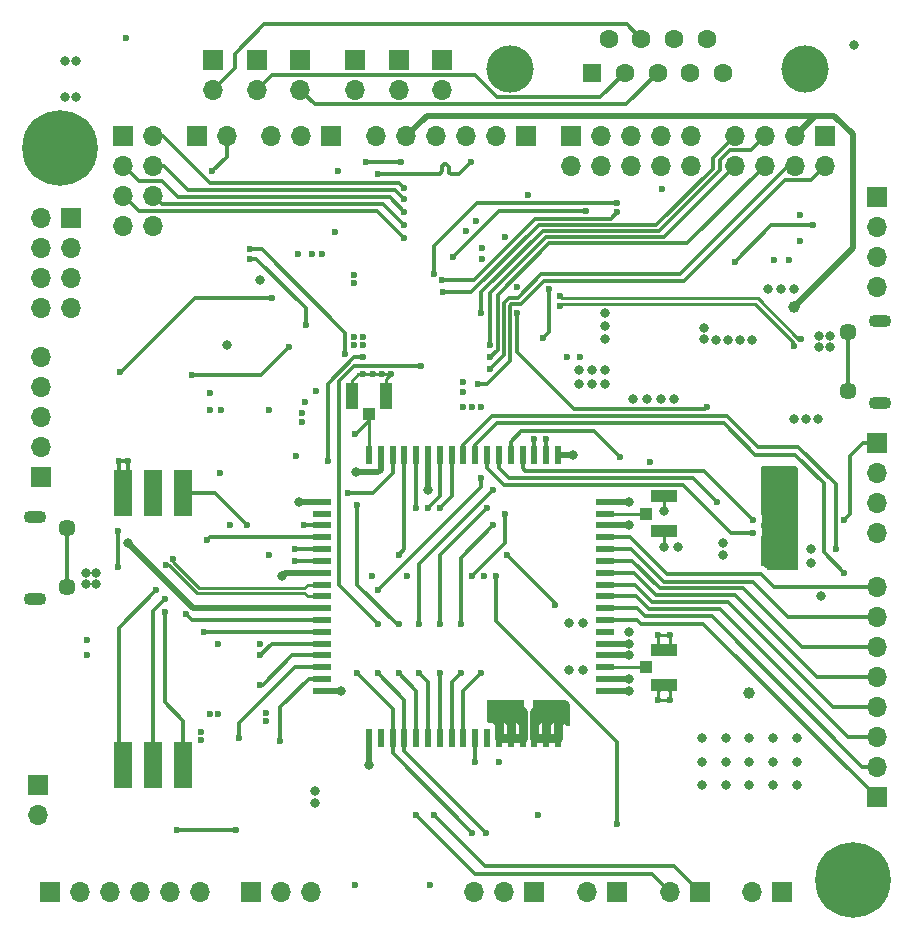
<source format=gbr>
G04 #@! TF.GenerationSoftware,KiCad,Pcbnew,(5.99.0-9519-ga70106a3bd)*
G04 #@! TF.CreationDate,2021-03-11T21:55:01+03:00*
G04 #@! TF.ProjectId,UnderControl,556e6465-7243-46f6-9e74-726f6c2e6b69,rev?*
G04 #@! TF.SameCoordinates,Original*
G04 #@! TF.FileFunction,Copper,L4,Bot*
G04 #@! TF.FilePolarity,Positive*
%FSLAX46Y46*%
G04 Gerber Fmt 4.6, Leading zero omitted, Abs format (unit mm)*
G04 Created by KiCad (PCBNEW (5.99.0-9519-ga70106a3bd)) date 2021-03-11 21:55:01*
%MOMM*%
%LPD*%
G01*
G04 APERTURE LIST*
G04 #@! TA.AperFunction,ComponentPad*
%ADD10C,0.800000*%
G04 #@! TD*
G04 #@! TA.AperFunction,ComponentPad*
%ADD11C,6.400000*%
G04 #@! TD*
G04 #@! TA.AperFunction,ComponentPad*
%ADD12R,1.700000X1.700000*%
G04 #@! TD*
G04 #@! TA.AperFunction,ComponentPad*
%ADD13O,1.700000X1.700000*%
G04 #@! TD*
G04 #@! TA.AperFunction,ComponentPad*
%ADD14C,1.450000*%
G04 #@! TD*
G04 #@! TA.AperFunction,ComponentPad*
%ADD15O,1.900000X1.100000*%
G04 #@! TD*
G04 #@! TA.AperFunction,ComponentPad*
%ADD16C,4.000000*%
G04 #@! TD*
G04 #@! TA.AperFunction,ComponentPad*
%ADD17R,1.600000X1.600000*%
G04 #@! TD*
G04 #@! TA.AperFunction,ComponentPad*
%ADD18C,1.600000*%
G04 #@! TD*
G04 #@! TA.AperFunction,SMDPad,CuDef*
%ADD19R,1.500000X4.000000*%
G04 #@! TD*
G04 #@! TA.AperFunction,SMDPad,CuDef*
%ADD20R,2.250000X1.100000*%
G04 #@! TD*
G04 #@! TA.AperFunction,SMDPad,CuDef*
%ADD21R,1.100000X1.050000*%
G04 #@! TD*
G04 #@! TA.AperFunction,SMDPad,CuDef*
%ADD22R,1.100000X2.250000*%
G04 #@! TD*
G04 #@! TA.AperFunction,SMDPad,CuDef*
%ADD23R,1.050000X1.100000*%
G04 #@! TD*
G04 #@! TA.AperFunction,SMDPad,CuDef*
%ADD24R,0.600000X1.600000*%
G04 #@! TD*
G04 #@! TA.AperFunction,SMDPad,CuDef*
%ADD25R,1.600000X0.600000*%
G04 #@! TD*
G04 #@! TA.AperFunction,ViaPad*
%ADD26C,0.600000*%
G04 #@! TD*
G04 #@! TA.AperFunction,ViaPad*
%ADD27C,0.800000*%
G04 #@! TD*
G04 #@! TA.AperFunction,ViaPad*
%ADD28C,1.000000*%
G04 #@! TD*
G04 #@! TA.AperFunction,Conductor*
%ADD29C,0.293370*%
G04 #@! TD*
G04 #@! TA.AperFunction,Conductor*
%ADD30C,0.500000*%
G04 #@! TD*
G04 #@! TA.AperFunction,Conductor*
%ADD31C,1.000000*%
G04 #@! TD*
G04 #@! TA.AperFunction,Conductor*
%ADD32C,0.750000*%
G04 #@! TD*
G04 #@! TA.AperFunction,Conductor*
%ADD33C,0.300000*%
G04 #@! TD*
G04 #@! TA.AperFunction,Conductor*
%ADD34C,0.261112*%
G04 #@! TD*
G04 #@! TA.AperFunction,Conductor*
%ADD35C,0.250000*%
G04 #@! TD*
G04 APERTURE END LIST*
D10*
X35497056Y-95697056D03*
X32102944Y-92302944D03*
X35497056Y-92302944D03*
X31400000Y-94000000D03*
X32102944Y-95697056D03*
X33800000Y-96400000D03*
X33800000Y-91600000D03*
D11*
X33800000Y-94000000D03*
D10*
X36200000Y-94000000D03*
D12*
X56800000Y-93050000D03*
D13*
X54260000Y-93050000D03*
X51720000Y-93050000D03*
D12*
X95000000Y-157000000D03*
D13*
X92460000Y-157000000D03*
D12*
X103000000Y-149000000D03*
D13*
X103000000Y-146460000D03*
X103000000Y-143920000D03*
X103000000Y-141380000D03*
X103000000Y-138840000D03*
X103000000Y-136300000D03*
X103000000Y-133760000D03*
X103000000Y-131220000D03*
D12*
X32000000Y-148000000D03*
D13*
X32000000Y-150540000D03*
D12*
X74000000Y-157000000D03*
D13*
X71460000Y-157000000D03*
X68920000Y-157000000D03*
D12*
X88000000Y-157000000D03*
D13*
X85460000Y-157000000D03*
D12*
X50000000Y-157000000D03*
D13*
X52540000Y-157000000D03*
X55080000Y-157000000D03*
D14*
X34462500Y-131250000D03*
D15*
X31762500Y-125250000D03*
D14*
X34462500Y-126250000D03*
D15*
X31762500Y-132250000D03*
D12*
X77100000Y-93000000D03*
D13*
X77100000Y-95540000D03*
X79640000Y-93000000D03*
X79640000Y-95540000D03*
X82180000Y-93000000D03*
X82180000Y-95540000D03*
X84720000Y-93000000D03*
X84720000Y-95540000D03*
X87260000Y-93000000D03*
X87260000Y-95540000D03*
D12*
X45400000Y-93000000D03*
D13*
X47940000Y-93000000D03*
D12*
X73300000Y-93050000D03*
D13*
X70760000Y-93050000D03*
X68220000Y-93050000D03*
X65680000Y-93050000D03*
X63140000Y-93050000D03*
X60600000Y-93050000D03*
D12*
X39160000Y-93050000D03*
D13*
X41700000Y-93050000D03*
X39160000Y-95590000D03*
X41700000Y-95590000D03*
X39160000Y-98130000D03*
X41700000Y-98130000D03*
X39160000Y-100670000D03*
X41700000Y-100670000D03*
D12*
X98600000Y-93000000D03*
D13*
X98600000Y-95540000D03*
X96060000Y-93000000D03*
X96060000Y-95540000D03*
X93520000Y-93000000D03*
X93520000Y-95540000D03*
X90980000Y-93000000D03*
X90980000Y-95540000D03*
D12*
X46800000Y-86550000D03*
D13*
X46800000Y-89090000D03*
D12*
X50500000Y-86550000D03*
D13*
X50500000Y-89090000D03*
D12*
X66200000Y-86550000D03*
D13*
X66200000Y-89090000D03*
D12*
X62500000Y-86550000D03*
D13*
X62500000Y-89090000D03*
D12*
X58800000Y-86550000D03*
D13*
X58800000Y-89090000D03*
D16*
X71940000Y-87350000D03*
X96940000Y-87350000D03*
D17*
X78900000Y-87650000D03*
D18*
X81670000Y-87650000D03*
X84440000Y-87650000D03*
X87210000Y-87650000D03*
X89980000Y-87650000D03*
X80285000Y-84810000D03*
X83055000Y-84810000D03*
X85825000Y-84810000D03*
X88595000Y-84810000D03*
D12*
X54200000Y-86550000D03*
D13*
X54200000Y-89090000D03*
D12*
X32250000Y-121900000D03*
D13*
X32250000Y-119360000D03*
X32250000Y-116820000D03*
X32250000Y-114280000D03*
X32250000Y-111740000D03*
D12*
X81000000Y-157000000D03*
D13*
X78460000Y-157000000D03*
D10*
X101000000Y-158400000D03*
X101000000Y-153600000D03*
X103400000Y-156000000D03*
X102697056Y-157697056D03*
X102697056Y-154302944D03*
X99302944Y-157697056D03*
X98600000Y-156000000D03*
X99302944Y-154302944D03*
D11*
X101000000Y-156000000D03*
D12*
X103000000Y-98200000D03*
D13*
X103000000Y-100740000D03*
X103000000Y-103280000D03*
X103000000Y-105820000D03*
D14*
X100537500Y-109650000D03*
D15*
X103237500Y-115650000D03*
X103237500Y-108650000D03*
D14*
X100537500Y-114650000D03*
D12*
X103000000Y-119000000D03*
D13*
X103000000Y-121540000D03*
X103000000Y-124080000D03*
X103000000Y-126620000D03*
D12*
X34800000Y-100000000D03*
D13*
X32260000Y-100000000D03*
X34800000Y-102540000D03*
X32260000Y-102540000D03*
X34800000Y-105080000D03*
X32260000Y-105080000D03*
X34800000Y-107620000D03*
X32260000Y-107620000D03*
D12*
X33000000Y-157000000D03*
D13*
X35540000Y-157000000D03*
X38080000Y-157000000D03*
X40620000Y-157000000D03*
X43160000Y-157000000D03*
X45700000Y-157000000D03*
D19*
X39210000Y-146250000D03*
X41750000Y-146250000D03*
X44290000Y-146250000D03*
X39210000Y-123250000D03*
X41750000Y-123250000D03*
X44250000Y-123250000D03*
D20*
X85000000Y-126475000D03*
X85000000Y-123525000D03*
D21*
X83450000Y-125000000D03*
D22*
X61475000Y-115000000D03*
X58525000Y-115000000D03*
D23*
X60000000Y-116550000D03*
D20*
X85000000Y-139475000D03*
X85000000Y-136525000D03*
D21*
X83450000Y-138000000D03*
D24*
X76000000Y-144000000D03*
X75000000Y-144000000D03*
X74000000Y-144000000D03*
X73000000Y-144000000D03*
X72000000Y-144000000D03*
X71000000Y-144000000D03*
X70000000Y-144000000D03*
X69000000Y-144000000D03*
X68000000Y-144000000D03*
X67000000Y-144000000D03*
X66000000Y-144000000D03*
X65000000Y-144000000D03*
X64000000Y-144000000D03*
X63000000Y-144000000D03*
X62000000Y-144000000D03*
X61000000Y-144000000D03*
X60000000Y-144000000D03*
D25*
X56000000Y-140000000D03*
X56000000Y-139000000D03*
X56000000Y-138000000D03*
X56000000Y-137000000D03*
X56000000Y-136000000D03*
X56000000Y-135000000D03*
X56000000Y-134000000D03*
X56000000Y-133000000D03*
X56000000Y-132000000D03*
X56000000Y-131000000D03*
X56000000Y-130000000D03*
X56000000Y-129000000D03*
X56000000Y-128000000D03*
X56000000Y-127000000D03*
X56000000Y-126000000D03*
X56000000Y-125000000D03*
X56000000Y-124000000D03*
D24*
X60000000Y-120000000D03*
X61000000Y-120000000D03*
X62000000Y-120000000D03*
X63000000Y-120000000D03*
X64000000Y-120000000D03*
X65000000Y-120000000D03*
X66000000Y-120000000D03*
X67000000Y-120000000D03*
X68000000Y-120000000D03*
X69000000Y-120000000D03*
X70000000Y-120000000D03*
X71000000Y-120000000D03*
X72000000Y-120000000D03*
X73000000Y-120000000D03*
X74000000Y-120000000D03*
X75000000Y-120000000D03*
X76000000Y-120000000D03*
D25*
X80000000Y-124000000D03*
X80000000Y-125000000D03*
X80000000Y-126000000D03*
X80000000Y-127000000D03*
X80000000Y-128000000D03*
X80000000Y-129000000D03*
X80000000Y-130000000D03*
X80000000Y-131000000D03*
X80000000Y-132000000D03*
X80000000Y-133000000D03*
X80000000Y-134000000D03*
X80000000Y-135000000D03*
X80000000Y-136000000D03*
X80000000Y-137000000D03*
X80000000Y-138000000D03*
X80000000Y-139000000D03*
X80000000Y-140000000D03*
D26*
X65150000Y-156450000D03*
X83797500Y-120602500D03*
D27*
X34250000Y-86700000D03*
D26*
X55500000Y-114600000D03*
X68750000Y-116000000D03*
D27*
X98300000Y-132000000D03*
X50800000Y-105250000D03*
X92200000Y-148000000D03*
X99000000Y-110850000D03*
D26*
X63250000Y-130250000D03*
D27*
X88200000Y-146000000D03*
D26*
X38800000Y-120500000D03*
D27*
X78150000Y-138250000D03*
X97400000Y-128000000D03*
X98100000Y-109950000D03*
X74500000Y-142250000D03*
X90200000Y-148000000D03*
D26*
X69071330Y-100250010D03*
X60250000Y-130250000D03*
X85500000Y-135250000D03*
D27*
X74500000Y-141250000D03*
D26*
X54600000Y-115520000D03*
X57100000Y-101150000D03*
D27*
X82000000Y-137000000D03*
D26*
X84799957Y-97545311D03*
X74300000Y-150500000D03*
X68250000Y-101050000D03*
D27*
X82000000Y-140000000D03*
X90000000Y-128500000D03*
D26*
X94250000Y-103500000D03*
D27*
X76500000Y-141250000D03*
D26*
X51500000Y-128500000D03*
X59500000Y-113200000D03*
D27*
X89400000Y-110300000D03*
D26*
X50800000Y-136000000D03*
D27*
X75500000Y-141250000D03*
D26*
X59500000Y-110750000D03*
D27*
X96200000Y-146000000D03*
X88350000Y-110250000D03*
X97400000Y-129200000D03*
D26*
X47200000Y-142000000D03*
X72500000Y-105800000D03*
D27*
X82000000Y-139000000D03*
D26*
X85500000Y-140750000D03*
X84500000Y-135250000D03*
X48250000Y-126000000D03*
D27*
X88200000Y-144000000D03*
D26*
X58850000Y-156450000D03*
D27*
X80000000Y-112850000D03*
D26*
X51500000Y-116200000D03*
D27*
X78900000Y-114050000D03*
X35200000Y-86700000D03*
X98100000Y-110850000D03*
X88350000Y-109250000D03*
X58900000Y-121500000D03*
X98000000Y-117000000D03*
X90000000Y-127500000D03*
X65000000Y-123000000D03*
X92400000Y-110300000D03*
X36900000Y-130050000D03*
X90200000Y-146000000D03*
X85000000Y-124750000D03*
X57600000Y-140000000D03*
X94200000Y-148000000D03*
X96000000Y-117000000D03*
D26*
X46500000Y-142000000D03*
D27*
X36900000Y-130950000D03*
D26*
X45750000Y-144200000D03*
X58750000Y-104750000D03*
X77850000Y-111710000D03*
D27*
X92200000Y-144000000D03*
X90200000Y-144000000D03*
D26*
X36100000Y-137000000D03*
D27*
X92200000Y-146000000D03*
X36000000Y-130950000D03*
X88200000Y-148000000D03*
X55400000Y-149500000D03*
X96200000Y-144000000D03*
D26*
X71000000Y-146000000D03*
D27*
X76500000Y-142250000D03*
X52600000Y-130300000D03*
D26*
X69500000Y-116000000D03*
X58750000Y-110000000D03*
D27*
X36000000Y-130050000D03*
D26*
X54000000Y-103000000D03*
D27*
X91400000Y-110300000D03*
D26*
X73500000Y-98000000D03*
D27*
X75500000Y-142250000D03*
D26*
X46500000Y-114750000D03*
X36100000Y-135700000D03*
X60300000Y-113200000D03*
D27*
X85000000Y-127800000D03*
X78150000Y-134250000D03*
X82000000Y-124000000D03*
X48000004Y-110750000D03*
D26*
X84500000Y-140750000D03*
D27*
X82000000Y-135000000D03*
D26*
X68000000Y-116000000D03*
D27*
X80000000Y-114050000D03*
D26*
X69750000Y-130250000D03*
D27*
X94200000Y-144000000D03*
X77800000Y-114050000D03*
X76950000Y-134250000D03*
D26*
X47200000Y-136000000D03*
X61900000Y-113200000D03*
X57400000Y-96025000D03*
D27*
X54100000Y-124000000D03*
D26*
X58750000Y-110750000D03*
D27*
X96200000Y-148000000D03*
D26*
X39400000Y-84700000D03*
X39600000Y-120500000D03*
X58750000Y-105500000D03*
X61100000Y-113200000D03*
X51250000Y-141850000D03*
X59500000Y-110000000D03*
D28*
X92200000Y-140200000D03*
D27*
X97000000Y-117000000D03*
D26*
X45750000Y-143500000D03*
D27*
X94200000Y-146000000D03*
X55400000Y-148500000D03*
X99000000Y-109950000D03*
X82000000Y-126000000D03*
X86150000Y-127800000D03*
D26*
X71500000Y-101600000D03*
D27*
X82000000Y-136000000D03*
D26*
X76800000Y-111712500D03*
D27*
X101050000Y-85300000D03*
X77300000Y-120000000D03*
X77800000Y-112850000D03*
D26*
X51250000Y-142550000D03*
D27*
X76950000Y-138250000D03*
D26*
X47400000Y-121540000D03*
D27*
X78900000Y-112850000D03*
X90400000Y-110300000D03*
D28*
X93860000Y-129000000D03*
X95500000Y-129000000D03*
X95500000Y-121750000D03*
X93860000Y-121750000D03*
X96000000Y-107500000D03*
D26*
X72550033Y-108000000D03*
X88600000Y-116000000D03*
D27*
X70500000Y-141250000D03*
X71500000Y-141250000D03*
X72500000Y-141250000D03*
X72500000Y-142250000D03*
X71500000Y-142250000D03*
X70500000Y-142250000D03*
D26*
X80999998Y-99500000D03*
X66199990Y-105200000D03*
D27*
X60000000Y-146250000D03*
D26*
X53750000Y-128000000D03*
X46250000Y-127250000D03*
X42000000Y-131500000D03*
X53750000Y-129000000D03*
X50800000Y-139500000D03*
X50800000Y-137000000D03*
X49000000Y-144000000D03*
X52500000Y-144250004D03*
X75250000Y-106000000D03*
X74749992Y-110150000D03*
X76200000Y-106598400D03*
X96583975Y-110216025D03*
X96016025Y-110783975D03*
X76200000Y-107401600D03*
X49899996Y-102600000D03*
X58000000Y-111500000D03*
X45000000Y-113250000D03*
X53200005Y-110900005D03*
X49900000Y-103400000D03*
X54700000Y-109000000D03*
X48750000Y-151750000D03*
X43750000Y-151750000D03*
X42816025Y-129383975D03*
X43383975Y-128816025D03*
X58800000Y-118250000D03*
X68750000Y-152000000D03*
X59000000Y-138500000D03*
X69900000Y-152000000D03*
X60750000Y-138500000D03*
X69000000Y-146000000D03*
X42750000Y-132250000D03*
X63000000Y-101700000D03*
X63000000Y-100600000D03*
X75000000Y-118650000D03*
X74000000Y-118650000D03*
X58250000Y-123250000D03*
X71700000Y-128500000D03*
X75750000Y-132750000D03*
X64400000Y-112500000D03*
X60750000Y-134350000D03*
X69500000Y-122000000D03*
X60750000Y-131500000D03*
X62500000Y-138500000D03*
X56500000Y-120500000D03*
X59000000Y-124250000D03*
X62500000Y-134350000D03*
X59499978Y-111750012D03*
X54500000Y-126000000D03*
X64250000Y-138500000D03*
X70500000Y-123000000D03*
X64250000Y-134350000D03*
X69500000Y-138500000D03*
X71500000Y-125000000D03*
X68750000Y-130250000D03*
X66000000Y-138500000D03*
X66000000Y-134350000D03*
X70000000Y-124500000D03*
X67750000Y-138500000D03*
X70500000Y-126000000D03*
X67750000Y-134350000D03*
X91000000Y-103650000D03*
X97600000Y-100600000D03*
X67100000Y-103300000D03*
X78399998Y-99399957D03*
X65500000Y-104700000D03*
X81000000Y-98700000D03*
X96500000Y-101950000D03*
D27*
X35200000Y-89700000D03*
X34250000Y-89700000D03*
D26*
X95600000Y-103500000D03*
X96500000Y-99750000D03*
X54300000Y-117250000D03*
X67975000Y-114675000D03*
D27*
X84700000Y-115250000D03*
D26*
X47500000Y-116250000D03*
X55980000Y-102985000D03*
D27*
X82350000Y-115250000D03*
X93800000Y-106000000D03*
D26*
X67975000Y-113875000D03*
X55200000Y-103000000D03*
X69550000Y-103450000D03*
D27*
X80000000Y-109100000D03*
D26*
X69550000Y-102500010D03*
D27*
X94900000Y-106000000D03*
X80000000Y-110200000D03*
X96000000Y-106000000D03*
X85850000Y-115250000D03*
D26*
X53850000Y-120100000D03*
D27*
X83500000Y-115250000D03*
D26*
X46500000Y-116250000D03*
D27*
X80000000Y-108000000D03*
D26*
X54300000Y-116500000D03*
D27*
X39600000Y-127462278D03*
D26*
X46750000Y-96000000D03*
X63000000Y-99450000D03*
X62990373Y-98359627D03*
X63000000Y-97450000D03*
X66250000Y-106250000D03*
X69500000Y-108000000D03*
X70250000Y-110750000D03*
X70250000Y-111750000D03*
X70250000Y-112750000D03*
X69250000Y-114000000D03*
X60750000Y-96250000D03*
X68650000Y-95200000D03*
X59750000Y-95250000D03*
X62750000Y-95250000D03*
X51800004Y-106700000D03*
X38900000Y-113000000D03*
X42704615Y-133349990D03*
X38750000Y-126500000D03*
X38750000Y-129500000D03*
X49700000Y-126000000D03*
X44500000Y-133500000D03*
X45999996Y-134999996D03*
X92500000Y-125500000D03*
X100250000Y-125500000D03*
X81250000Y-120200000D03*
X89500000Y-124000000D03*
X92500000Y-126600000D03*
X100250000Y-130000000D03*
X99500000Y-128000000D03*
X70750000Y-130250000D03*
X66000000Y-124500000D03*
X81000000Y-151250000D03*
X65000000Y-124500000D03*
X64000000Y-124500000D03*
X65500000Y-150500000D03*
X64000000Y-150500000D03*
X62500000Y-128500000D03*
D29*
X85500000Y-140750000D02*
X84500000Y-140750000D01*
D30*
X61000000Y-121300000D02*
X61000000Y-120000000D01*
D29*
X85500000Y-135250000D02*
X85500000Y-136025000D01*
D31*
X76500000Y-142250000D02*
X74500000Y-142250000D01*
D32*
X75000000Y-142750000D02*
X75500000Y-142250000D01*
D30*
X58900000Y-121500000D02*
X60800000Y-121500000D01*
D29*
X85500000Y-140750000D02*
X85500000Y-139975000D01*
X85500000Y-135250000D02*
X84500000Y-135250000D01*
D32*
X74000000Y-142750000D02*
X74500000Y-142250000D01*
D33*
X38800000Y-120500000D02*
X38800000Y-122840000D01*
D32*
X76000000Y-141750000D02*
X76500000Y-141250000D01*
D29*
X84500000Y-140750000D02*
X84500000Y-139975000D01*
D32*
X75000000Y-141750000D02*
X75500000Y-141250000D01*
D29*
X60300000Y-113200000D02*
X59500000Y-113200000D01*
D32*
X76000000Y-144000000D02*
X76000000Y-141750000D01*
D30*
X56000000Y-130000000D02*
X52900000Y-130000000D01*
D29*
X61900000Y-113200000D02*
X61100000Y-113200000D01*
D30*
X56000000Y-124000000D02*
X54100000Y-124000000D01*
D29*
X85000000Y-124750000D02*
X85000000Y-123525000D01*
D33*
X38800000Y-122840000D02*
X39210000Y-123250000D01*
D32*
X74000000Y-144000000D02*
X76000000Y-144000000D01*
X75000000Y-144000000D02*
X75000000Y-142750000D01*
D33*
X39600000Y-120500000D02*
X38800000Y-120500000D01*
D32*
X74000000Y-141750000D02*
X74500000Y-141250000D01*
D33*
X39600000Y-120500000D02*
X39600000Y-122860000D01*
D29*
X59500000Y-113200000D02*
X59050000Y-113200000D01*
D30*
X57600000Y-140000000D02*
X56000000Y-140000000D01*
D29*
X61475000Y-113625000D02*
X61900000Y-113200000D01*
X61475000Y-115000000D02*
X61475000Y-113625000D01*
X85500000Y-136025000D02*
X85000000Y-136525000D01*
D32*
X76000000Y-142750000D02*
X76500000Y-142250000D01*
X75000000Y-144000000D02*
X75000000Y-141750000D01*
D29*
X85000000Y-127800000D02*
X85000000Y-126475000D01*
X58525000Y-113725000D02*
X59050000Y-113200000D01*
D32*
X74000000Y-144000000D02*
X74000000Y-141750000D01*
D30*
X82000000Y-126000000D02*
X80000000Y-126000000D01*
X80000000Y-137000000D02*
X82000000Y-137000000D01*
X60800000Y-121500000D02*
X61000000Y-121300000D01*
X52900000Y-130000000D02*
X52600000Y-130300000D01*
D29*
X84500000Y-136025000D02*
X85000000Y-136525000D01*
X58525000Y-115000000D02*
X58525000Y-113725000D01*
D31*
X76500000Y-141250000D02*
X74500000Y-141250000D01*
D30*
X80000000Y-140000000D02*
X82000000Y-140000000D01*
D29*
X61100000Y-113200000D02*
X60300000Y-113200000D01*
X85500000Y-139975000D02*
X85000000Y-139475000D01*
X84500000Y-139975000D02*
X85000000Y-139475000D01*
D30*
X76000000Y-120000000D02*
X77300000Y-120000000D01*
X80000000Y-136000000D02*
X82000000Y-136000000D01*
X82000000Y-124000000D02*
X80000000Y-124000000D01*
D32*
X76000000Y-144000000D02*
X76000000Y-142750000D01*
D31*
X74500000Y-142250000D02*
X74500000Y-141250000D01*
D29*
X84500000Y-135250000D02*
X84500000Y-136025000D01*
D30*
X80000000Y-139000000D02*
X82000000Y-139000000D01*
D32*
X74000000Y-144000000D02*
X74000000Y-142750000D01*
D31*
X76500000Y-142250000D02*
X76500000Y-141250000D01*
D33*
X39600000Y-122860000D02*
X39210000Y-123250000D01*
D30*
X65000000Y-120000000D02*
X65000000Y-123000000D01*
X96000000Y-107500000D02*
X101000000Y-102500000D01*
X64890000Y-91300000D02*
X63140000Y-93050000D01*
X101000000Y-92889980D02*
X99410020Y-91300000D01*
X96060000Y-93000000D02*
X97760000Y-91300000D01*
D33*
X88450000Y-116150000D02*
X77350000Y-116150000D01*
D30*
X99410020Y-91300000D02*
X64890000Y-91300000D01*
X101000000Y-102500000D02*
X101000000Y-92889980D01*
D33*
X77350000Y-116150000D02*
X72550033Y-111350033D01*
X72550033Y-111350033D02*
X72550033Y-108000000D01*
D30*
X99410020Y-91300000D02*
X97760000Y-91300000D01*
D31*
X93860000Y-129000000D02*
X93860000Y-121750000D01*
D33*
X88600000Y-116000000D02*
X88450000Y-116150000D01*
D31*
X95500000Y-129000000D02*
X95500000Y-121750000D01*
D32*
X73000000Y-142750000D02*
X72500000Y-142250000D01*
X72000000Y-141750000D02*
X71500000Y-141250000D01*
X72000000Y-144000000D02*
X72000000Y-141750000D01*
X73000000Y-144000000D02*
X73000000Y-142750000D01*
X71000000Y-144000000D02*
X71000000Y-142750000D01*
X71000000Y-141750000D02*
X70500000Y-141250000D01*
X72000000Y-142750000D02*
X71500000Y-142250000D01*
X71000000Y-142750000D02*
X70500000Y-142250000D01*
X71000000Y-144000000D02*
X71000000Y-141750000D01*
X71000000Y-144000000D02*
X73000000Y-144000000D01*
X73000000Y-141750000D02*
X72500000Y-141250000D01*
X73000000Y-144000000D02*
X73000000Y-141750000D01*
X72000000Y-144000000D02*
X72000000Y-142750000D01*
D33*
X74078635Y-100049999D02*
X80449999Y-100049999D01*
X68928634Y-105200000D02*
X74078635Y-100049999D01*
X80449999Y-100049999D02*
X80999998Y-99500000D01*
X66199990Y-105200000D02*
X68928634Y-105200000D01*
D30*
X60000000Y-144000000D02*
X60000000Y-146250000D01*
D33*
X56000000Y-128000000D02*
X53750000Y-128000000D01*
X46250000Y-127250000D02*
X46500000Y-127000000D01*
X46500000Y-127000000D02*
X56000000Y-127000000D01*
X56000000Y-129000000D02*
X53750000Y-129000000D01*
X39210000Y-146250000D02*
X38850000Y-145890000D01*
X38850000Y-134650000D02*
X42000000Y-131500000D01*
X38850000Y-145890000D02*
X38850000Y-134650000D01*
X53500000Y-137000000D02*
X56000000Y-137000000D01*
X50800000Y-139500000D02*
X51000000Y-139500000D01*
X51000000Y-139500000D02*
X53500000Y-137000000D01*
X51800000Y-136000000D02*
X56000000Y-136000000D01*
X50800000Y-137000000D02*
X51800000Y-136000000D01*
X53700000Y-138000000D02*
X49000000Y-142700000D01*
X49000000Y-142700000D02*
X49000000Y-144000000D01*
X56000000Y-138000000D02*
X53700000Y-138000000D01*
X56000000Y-139000000D02*
X54900000Y-139000000D01*
X54900000Y-139000000D02*
X52500000Y-141400000D01*
X52500000Y-141400000D02*
X52500000Y-144250004D01*
X75250000Y-109649992D02*
X75250000Y-106000000D01*
X74749992Y-110150000D02*
X75250000Y-109649992D01*
D34*
X92896163Y-106767844D02*
X76369444Y-106767844D01*
X96583975Y-110216025D02*
X96344344Y-110216025D01*
X76369444Y-106767844D02*
X76200000Y-106598400D01*
X96344344Y-110216025D02*
X92896163Y-106767844D01*
X96016025Y-110544344D02*
X92703837Y-107232156D01*
X96016025Y-110783975D02*
X96016025Y-110544344D01*
X92703837Y-107232156D02*
X76369444Y-107232156D01*
X76369444Y-107232156D02*
X76200000Y-107401600D01*
D33*
X58000000Y-109675736D02*
X50924264Y-102600000D01*
X58000000Y-111500000D02*
X58000000Y-109675736D01*
X50924264Y-102600000D02*
X49899996Y-102600000D01*
X45000000Y-113250000D02*
X50850010Y-113250000D01*
X50850010Y-113250000D02*
X53200005Y-110900005D01*
X54700000Y-109000000D02*
X54700000Y-107625736D01*
X54700000Y-107625736D02*
X50474264Y-103400000D01*
X50474264Y-103400000D02*
X49900000Y-103400000D01*
X43750000Y-151750000D02*
X48750000Y-151750000D01*
D34*
X54799999Y-132000000D02*
X54532155Y-131732156D01*
X45403837Y-131732156D02*
X43055656Y-129383975D01*
X54532155Y-131732156D02*
X45403837Y-131732156D01*
X56000000Y-132000000D02*
X54799999Y-132000000D01*
X43055656Y-129383975D02*
X42816025Y-129383975D01*
X54799999Y-131000000D02*
X54532155Y-131267844D01*
X43383975Y-129055656D02*
X43383975Y-128816025D01*
X56000000Y-131000000D02*
X54799999Y-131000000D01*
X45596163Y-131267844D02*
X43383975Y-129055656D01*
X54532155Y-131267844D02*
X45596163Y-131267844D01*
D29*
X60000000Y-116550000D02*
X60000000Y-117050000D01*
X60000000Y-116550000D02*
X60000000Y-120000000D01*
D35*
X60000000Y-116550000D02*
X60000000Y-117350000D01*
D29*
X60000000Y-117050000D02*
X58800000Y-118250000D01*
X80000000Y-138000000D02*
X83450000Y-138000000D01*
X83450000Y-125000000D02*
X80000000Y-125000000D01*
D33*
X62000000Y-141500000D02*
X62000000Y-144000000D01*
X62000000Y-145250000D02*
X62000000Y-144000000D01*
X59000000Y-138500000D02*
X62000000Y-141500000D01*
X68750000Y-152000000D02*
X62000000Y-145250000D01*
X63000000Y-145100000D02*
X63000000Y-144000000D01*
X60750000Y-138500000D02*
X63000000Y-140750000D01*
X69900000Y-152000000D02*
X63000000Y-145100000D01*
X63000000Y-140750000D02*
X63000000Y-144000000D01*
X69000000Y-144000000D02*
X69000000Y-146000000D01*
X41750000Y-133250000D02*
X42750000Y-132250000D01*
X41750000Y-146250000D02*
X41750000Y-133250000D01*
X63000000Y-101700000D02*
X60700031Y-99400031D01*
X60700031Y-99400031D02*
X40520031Y-99400031D01*
X40520031Y-99400031D02*
X39250000Y-98130000D01*
X61200000Y-98800000D02*
X42460000Y-98800000D01*
X63000000Y-100600000D02*
X61200000Y-98800000D01*
X42460000Y-98800000D02*
X41790000Y-98130000D01*
X75000000Y-120000000D02*
X75000000Y-118650000D01*
X74000000Y-120000000D02*
X74000000Y-118650000D01*
X58250000Y-123250000D02*
X60300000Y-123250000D01*
X62000000Y-121550000D02*
X62000000Y-120000000D01*
X60300000Y-123250000D02*
X62000000Y-121550000D01*
X75750000Y-132750000D02*
X75750000Y-132550000D01*
X75750000Y-132550000D02*
X71700000Y-128500000D01*
X57475001Y-131075001D02*
X60750000Y-134350000D01*
X58719998Y-112500000D02*
X57475001Y-113744997D01*
X57475001Y-113744997D02*
X57475001Y-131075001D01*
X64400000Y-112500000D02*
X58719998Y-112500000D01*
X69500000Y-122750000D02*
X60750000Y-131500000D01*
X69500000Y-122000000D02*
X69500000Y-122750000D01*
X64000000Y-140000000D02*
X64000000Y-144000000D01*
X62500000Y-138500000D02*
X64000000Y-140000000D01*
X58762864Y-111750012D02*
X59499978Y-111750012D01*
X59000000Y-124250000D02*
X59000000Y-131000000D01*
X56500000Y-114012876D02*
X58762864Y-111750012D01*
X56500000Y-120500000D02*
X56500000Y-114012876D01*
X62350000Y-134350000D02*
X62500000Y-134350000D01*
X59000000Y-131000000D02*
X62350000Y-134350000D01*
X56000000Y-126000000D02*
X54500000Y-126000000D01*
X64250000Y-138500000D02*
X65000000Y-139250000D01*
X65000000Y-139250000D02*
X65000000Y-144000000D01*
X64250000Y-129250000D02*
X64250000Y-134350000D01*
X70500000Y-123000000D02*
X64250000Y-129250000D01*
X69500000Y-138500000D02*
X68000000Y-140000000D01*
X68000000Y-140000000D02*
X68000000Y-144000000D01*
X71500000Y-127500000D02*
X68750000Y-130250000D01*
X71500000Y-125000000D02*
X71500000Y-127500000D01*
X66000000Y-138500000D02*
X66000000Y-144000000D01*
X66000000Y-128500000D02*
X66000000Y-134350000D01*
X70000000Y-124500000D02*
X66000000Y-128500000D01*
X67750000Y-138500000D02*
X67000000Y-139250000D01*
X67000000Y-139250000D02*
X67000000Y-144000000D01*
X70500000Y-126000000D02*
X67750000Y-128750000D01*
X67750000Y-128750000D02*
X67750000Y-134350000D01*
X97600000Y-100600000D02*
X94050000Y-100600000D01*
X94050000Y-100600000D02*
X91000000Y-103650000D01*
X67100000Y-103300000D02*
X71000043Y-99399957D01*
X71000043Y-99399957D02*
X78399998Y-99399957D01*
X65500000Y-102375736D02*
X69175736Y-98700000D01*
X69175736Y-98700000D02*
X81000000Y-98700000D01*
X65500000Y-104700000D02*
X65500000Y-102375736D01*
D30*
X39600000Y-127462278D02*
X45137722Y-133000000D01*
X45137722Y-133000000D02*
X56000000Y-133000000D01*
D33*
X47940000Y-94810000D02*
X47940000Y-93000000D01*
X46750000Y-96000000D02*
X47940000Y-94810000D01*
X61750000Y-98200000D02*
X43800000Y-98200000D01*
X42450000Y-96850000D02*
X40510000Y-96850000D01*
X40510000Y-96850000D02*
X39250000Y-95590000D01*
X63000000Y-99450000D02*
X61750000Y-98200000D01*
X43800000Y-98200000D02*
X42450000Y-96850000D01*
X41790000Y-95590000D02*
X42640000Y-95590000D01*
X42640000Y-95590000D02*
X44650000Y-97600000D01*
X44650000Y-97600000D02*
X62230746Y-97600000D01*
X62230746Y-97600000D02*
X62990373Y-98359627D01*
X42600000Y-93050000D02*
X41790000Y-93050000D01*
X63000000Y-97450000D02*
X62550000Y-97000000D01*
X46550000Y-97000000D02*
X42600000Y-93050000D01*
X62550000Y-97000000D02*
X46550000Y-97000000D01*
X74367878Y-100550000D02*
X84335756Y-100550000D01*
X89100000Y-95785756D02*
X89100000Y-94880000D01*
X84335756Y-100550000D02*
X89100000Y-95785756D01*
X66250000Y-106250000D02*
X68667878Y-106250000D01*
X89100000Y-94880000D02*
X90980000Y-93000000D01*
X68667878Y-106250000D02*
X74367878Y-100550000D01*
X90543997Y-94200001D02*
X92319999Y-94200001D01*
X69500000Y-108000000D02*
X69500000Y-106250000D01*
X84542878Y-101050000D02*
X89700000Y-95892878D01*
X74700000Y-101050000D02*
X84542878Y-101050000D01*
X89700000Y-95892878D02*
X89700000Y-95043998D01*
X69500000Y-106250000D02*
X74700000Y-101050000D01*
X89700000Y-95043998D02*
X90543997Y-94200001D01*
X92319999Y-94200001D02*
X93520000Y-93000000D01*
X75000000Y-101550000D02*
X70250000Y-106300000D01*
X90980000Y-95540000D02*
X84970000Y-101550000D01*
X84970000Y-101550000D02*
X75000000Y-101550000D01*
X70250000Y-106300000D02*
X70250000Y-110750000D01*
X86960000Y-102100000D02*
X75250000Y-102100000D01*
X75250000Y-102100000D02*
X70900001Y-106449999D01*
X70900001Y-106449999D02*
X70900001Y-111099999D01*
X70900001Y-111099999D02*
X70250000Y-111750000D01*
X93520000Y-95540000D02*
X86960000Y-102100000D01*
X71892878Y-106700000D02*
X71400012Y-107192866D01*
X71400012Y-111599988D02*
X70250000Y-112750000D01*
X71400012Y-107192866D02*
X71400012Y-111599988D01*
X95460000Y-95540000D02*
X86300000Y-104700000D01*
X74592878Y-104700000D02*
X72592878Y-106700000D01*
X96060000Y-95540000D02*
X95460000Y-95540000D01*
X72592878Y-106700000D02*
X71892878Y-106700000D01*
X86300000Y-104700000D02*
X74592878Y-104700000D01*
X86700000Y-105300000D02*
X74800000Y-105300000D01*
X74800000Y-105300000D02*
X72850000Y-107250000D01*
X71900023Y-107399977D02*
X71900023Y-112099977D01*
X70000000Y-114000000D02*
X69250000Y-114000000D01*
X97399989Y-96740011D02*
X95259989Y-96740011D01*
X72850000Y-107250000D02*
X72050000Y-107250000D01*
X95259989Y-96740011D02*
X86700000Y-105300000D01*
X98600000Y-95540000D02*
X97399989Y-96740011D01*
X71900023Y-112099977D02*
X70000000Y-114000000D01*
X72050000Y-107250000D02*
X71900023Y-107399977D01*
X65980165Y-96220290D02*
X65916756Y-96242478D01*
X66637046Y-95480005D02*
X66580165Y-95444264D01*
X66084549Y-96137046D02*
X66037046Y-96184549D01*
X66262953Y-95480005D02*
X66215450Y-95527508D01*
X66750000Y-95950000D02*
X66750000Y-95714555D01*
X68650000Y-95200000D02*
X67600000Y-96250000D01*
X66580165Y-95444264D02*
X66516756Y-95422076D01*
X66983243Y-96242478D02*
X66919834Y-96220290D01*
X64862631Y-96250000D02*
X60750000Y-96250000D01*
X66120290Y-96080165D02*
X66084549Y-96137046D01*
X66383243Y-95422076D02*
X66319834Y-95444264D01*
X66742478Y-95647798D02*
X66720290Y-95584389D01*
X66142478Y-96016756D02*
X66120290Y-96080165D01*
X66215450Y-95527508D02*
X66179709Y-95584389D01*
X66919834Y-96220290D02*
X66862953Y-96184549D01*
X66750000Y-95714555D02*
X66742478Y-95647798D01*
X66815450Y-96137046D02*
X66779709Y-96080165D01*
X65850000Y-96250000D02*
X64862631Y-96250000D01*
X65916756Y-96242478D02*
X65850000Y-96250000D01*
X66516756Y-95422076D02*
X66450000Y-95414555D01*
X66779709Y-96080165D02*
X66757521Y-96016756D01*
X66757521Y-96016756D02*
X66750000Y-95950000D01*
X66037046Y-96184549D02*
X65980165Y-96220290D01*
X66720290Y-95584389D02*
X66684549Y-95527508D01*
X66157521Y-95647798D02*
X66150000Y-95714555D01*
X66450000Y-95414555D02*
X66383243Y-95422076D01*
X67600000Y-96250000D02*
X67050000Y-96250000D01*
X67050000Y-96250000D02*
X66983243Y-96242478D01*
X66862953Y-96184549D02*
X66815450Y-96137046D01*
X66684549Y-95527508D02*
X66637046Y-95480005D01*
X66150000Y-95714555D02*
X66150000Y-95950000D01*
X66319834Y-95444264D02*
X66262953Y-95480005D01*
X66150000Y-95950000D02*
X66142478Y-96016756D01*
X66179709Y-95584389D02*
X66157521Y-95647798D01*
X62750000Y-95250000D02*
X59750000Y-95250000D01*
X48650000Y-86069998D02*
X51144998Y-83575000D01*
X48650000Y-87240000D02*
X48650000Y-86069998D01*
X81820000Y-83575000D02*
X83055000Y-84810000D01*
X46800000Y-89090000D02*
X48650000Y-87240000D01*
X51144998Y-83575000D02*
X81820000Y-83575000D01*
X81790000Y-90300000D02*
X84440000Y-87650000D01*
X55410000Y-90300000D02*
X81790000Y-90300000D01*
X54200000Y-89090000D02*
X55410000Y-90300000D01*
X50500000Y-89090000D02*
X51765000Y-87825000D01*
X51765000Y-87825000D02*
X68936998Y-87825000D01*
X79570000Y-89750000D02*
X81670000Y-87650000D01*
X68936998Y-87825000D02*
X70861998Y-89750000D01*
X70861998Y-89750000D02*
X79570000Y-89750000D01*
X45300000Y-106700000D02*
X51800004Y-106700000D01*
X38900000Y-113000000D02*
X39000000Y-113000000D01*
X39000000Y-113000000D02*
X45300000Y-106700000D01*
X42704615Y-140954615D02*
X42704615Y-133349990D01*
X38750000Y-129500000D02*
X38750000Y-126500000D01*
X44290000Y-142540000D02*
X42704615Y-140954615D01*
X44290000Y-146250000D02*
X44290000Y-142540000D01*
X49700000Y-126000000D02*
X46950000Y-123250000D01*
X46950000Y-123250000D02*
X44250000Y-123250000D01*
X56000000Y-134000000D02*
X45000000Y-134000000D01*
X45000000Y-134000000D02*
X44500000Y-133500000D01*
X46000000Y-135000000D02*
X45999996Y-134999996D01*
X56000000Y-135000000D02*
X46000000Y-135000000D01*
X82700000Y-134000000D02*
X83000000Y-134300000D01*
X88300000Y-134300000D02*
X103000000Y-149000000D01*
X83000000Y-134300000D02*
X88300000Y-134300000D01*
X80000000Y-134000000D02*
X82700000Y-134000000D01*
X82703561Y-133000000D02*
X83403561Y-133700000D01*
X80000000Y-133000000D02*
X82703561Y-133000000D01*
X89000000Y-133700000D02*
X101760000Y-146460000D01*
X101760000Y-146460000D02*
X103000000Y-146460000D01*
X83403561Y-133700000D02*
X89000000Y-133700000D01*
X83700000Y-133100000D02*
X89700000Y-133100000D01*
X89700000Y-133100000D02*
X100520000Y-143920000D01*
X82600000Y-132000000D02*
X83700000Y-133100000D01*
X80000000Y-132000000D02*
X82600000Y-132000000D01*
X100520000Y-143920000D02*
X103000000Y-143920000D01*
X82500000Y-131000000D02*
X84000000Y-132500000D01*
X99280000Y-141380000D02*
X103000000Y-141380000D01*
X90400000Y-132500000D02*
X99280000Y-141380000D01*
X80000000Y-131000000D02*
X82500000Y-131000000D01*
X84000000Y-132500000D02*
X90400000Y-132500000D01*
X82400000Y-130000000D02*
X84300000Y-131900000D01*
X80000000Y-130000000D02*
X82400000Y-130000000D01*
X91000000Y-131900000D02*
X97940000Y-138840000D01*
X84300000Y-131900000D02*
X91000000Y-131900000D01*
X97940000Y-138840000D02*
X103000000Y-138840000D01*
X82300000Y-129000000D02*
X84600000Y-131300000D01*
X96700000Y-136300000D02*
X103000000Y-136300000D01*
X80000000Y-129000000D02*
X82300000Y-129000000D01*
X91700000Y-131300000D02*
X96700000Y-136300000D01*
X84600000Y-131300000D02*
X91700000Y-131300000D01*
X82200000Y-128000000D02*
X84999990Y-130799990D01*
X92549990Y-130799990D02*
X95510000Y-133760000D01*
X84999990Y-130799990D02*
X92549990Y-130799990D01*
X80000000Y-128000000D02*
X82200000Y-128000000D01*
X95510000Y-133760000D02*
X103000000Y-133760000D01*
X82100000Y-127000000D02*
X85200000Y-130100000D01*
X94320000Y-131220000D02*
X103000000Y-131220000D01*
X80000000Y-127000000D02*
X82100000Y-127000000D01*
X85200000Y-130100000D02*
X93200000Y-130100000D01*
X93200000Y-130100000D02*
X94320000Y-131220000D01*
X73000000Y-121100000D02*
X73249979Y-121349979D01*
X88349977Y-121349979D02*
X92500000Y-125500000D01*
X100250000Y-125500000D02*
X100750000Y-125000000D01*
X101850000Y-119000000D02*
X103000000Y-119000000D01*
X100750000Y-125000000D02*
X100750000Y-120100000D01*
X73249979Y-121349979D02*
X88349977Y-121349979D01*
X73000000Y-120000000D02*
X73000000Y-121100000D01*
X100750000Y-120100000D02*
X101850000Y-119000000D01*
X72900000Y-118000000D02*
X79050000Y-118000000D01*
X79050000Y-118000000D02*
X81250000Y-120200000D01*
X72000000Y-118900000D02*
X72900000Y-118000000D01*
X72000000Y-120000000D02*
X72000000Y-118900000D01*
X71850000Y-121950000D02*
X87450000Y-121950000D01*
X71000000Y-121100000D02*
X71850000Y-121950000D01*
X87450000Y-121950000D02*
X89500000Y-124000000D01*
X71000000Y-120000000D02*
X71000000Y-121100000D01*
X71450000Y-122550000D02*
X86600000Y-122550000D01*
X86600000Y-122550000D02*
X90650000Y-126600000D01*
X70000000Y-121100000D02*
X71450000Y-122550000D01*
X90650000Y-126600000D02*
X92500000Y-126600000D01*
X70000000Y-120000000D02*
X70000000Y-121100000D01*
X98500000Y-128250000D02*
X98500000Y-122400000D01*
X96100000Y-120000000D02*
X92700000Y-120000000D01*
X100250000Y-130000000D02*
X98500000Y-128250000D01*
X70800000Y-117350000D02*
X69000000Y-119150000D01*
X98500000Y-122400000D02*
X96100000Y-120000000D01*
X69000000Y-119150000D02*
X69000000Y-120000000D01*
X90050000Y-117350000D02*
X70800000Y-117350000D01*
X92700000Y-120000000D02*
X90050000Y-117350000D01*
X100537500Y-114650000D02*
X100537500Y-109650000D01*
X68000000Y-119150000D02*
X68000000Y-120000000D01*
X99500000Y-122492864D02*
X96357136Y-119350000D01*
X92950000Y-119350000D02*
X90350000Y-116750000D01*
X96357136Y-119350000D02*
X92950000Y-119350000D01*
X99500000Y-128000000D02*
X99500000Y-122492864D01*
X70400000Y-116750000D02*
X68000000Y-119150000D01*
X90350000Y-116750000D02*
X70400000Y-116750000D01*
X70750000Y-134100000D02*
X70750000Y-130250000D01*
X67000000Y-123500000D02*
X66000000Y-124500000D01*
X67000000Y-120000000D02*
X67000000Y-123500000D01*
X81000000Y-151250000D02*
X81000000Y-144350000D01*
X81000000Y-144350000D02*
X70750000Y-134100000D01*
X66000000Y-123500000D02*
X65000000Y-124500000D01*
X66000000Y-120000000D02*
X66000000Y-123500000D01*
X64000000Y-120000000D02*
X64000000Y-124500000D01*
X85850000Y-154850000D02*
X69850000Y-154850000D01*
X69850000Y-154850000D02*
X65500000Y-150500000D01*
X88000000Y-157000000D02*
X85850000Y-154850000D01*
X83960000Y-155500000D02*
X85460000Y-157000000D01*
X63000000Y-128000000D02*
X62500000Y-128500000D01*
X69000000Y-155500000D02*
X83960000Y-155500000D01*
X64000000Y-150500000D02*
X69000000Y-155500000D01*
X63000000Y-120000000D02*
X63000000Y-128000000D01*
X34462500Y-131250000D02*
X34462500Y-126250000D01*
G04 #@! TA.AperFunction,Conductor*
G36*
X73092121Y-140770002D02*
G01*
X73138614Y-140823658D01*
X73150000Y-140876000D01*
X73150000Y-141486580D01*
X73143833Y-141525514D01*
X73130916Y-141565270D01*
X73130226Y-141571833D01*
X73130224Y-141571843D01*
X73129512Y-141578617D01*
X73125911Y-141598048D01*
X73124148Y-141604627D01*
X73124147Y-141604634D01*
X73122439Y-141611008D01*
X73122093Y-141617601D01*
X73122093Y-141617604D01*
X73118962Y-141677345D01*
X73118445Y-141683919D01*
X73116500Y-141702428D01*
X73116500Y-141721028D01*
X73116327Y-141727623D01*
X73112717Y-141796500D01*
X73113749Y-141803015D01*
X73113749Y-141803016D01*
X73114949Y-141810592D01*
X73116500Y-141830303D01*
X73116500Y-142721028D01*
X73116327Y-142727623D01*
X73112717Y-142796500D01*
X73113749Y-142803015D01*
X73113749Y-142803016D01*
X73114949Y-142810592D01*
X73116500Y-142830303D01*
X73116500Y-143905860D01*
X73116455Y-143906710D01*
X73116367Y-143907126D01*
X73116367Y-144092874D01*
X73117740Y-144099333D01*
X73124676Y-144131967D01*
X73126738Y-144144989D01*
X73128403Y-144160826D01*
X73115633Y-144230665D01*
X73067133Y-144282513D01*
X73003094Y-144300000D01*
X70939500Y-144300000D01*
X70871379Y-144279998D01*
X70824886Y-144226342D01*
X70813500Y-144174000D01*
X70813500Y-143200000D01*
X70808273Y-143126921D01*
X70767096Y-142986684D01*
X70720002Y-142913405D01*
X70700000Y-142845284D01*
X70700000Y-142705115D01*
X71300000Y-142705115D01*
X71300000Y-143681885D01*
X71304475Y-143697124D01*
X71305865Y-143698329D01*
X71313548Y-143700000D01*
X71681885Y-143700000D01*
X71697124Y-143695525D01*
X71698329Y-143694135D01*
X71700000Y-143686452D01*
X71700000Y-142705115D01*
X72300000Y-142705115D01*
X72300000Y-143681885D01*
X72304475Y-143697124D01*
X72305865Y-143698329D01*
X72313548Y-143700000D01*
X72681885Y-143700000D01*
X72697124Y-143695525D01*
X72698329Y-143694135D01*
X72700000Y-143686452D01*
X72700000Y-142705115D01*
X72695616Y-142690186D01*
X72684215Y-142688129D01*
X72633731Y-142691740D01*
X72620509Y-142694126D01*
X72540290Y-142717680D01*
X72469294Y-142717680D01*
X72453020Y-142711610D01*
X72435612Y-142706498D01*
X72317929Y-142689578D01*
X72303973Y-142691584D01*
X72300000Y-142705115D01*
X71700000Y-142705115D01*
X71695616Y-142690186D01*
X71684215Y-142688129D01*
X71633731Y-142691740D01*
X71620509Y-142694126D01*
X71540290Y-142717680D01*
X71469294Y-142717680D01*
X71453020Y-142711610D01*
X71435612Y-142706498D01*
X71317929Y-142689578D01*
X71303973Y-142691584D01*
X71300000Y-142705115D01*
X70700000Y-142705115D01*
X70695616Y-142690186D01*
X70684215Y-142688129D01*
X70633731Y-142691740D01*
X70620512Y-142694125D01*
X70541017Y-142717467D01*
X70470020Y-142717467D01*
X70453171Y-142711182D01*
X70452866Y-142711043D01*
X70444670Y-142707300D01*
X70435755Y-142706018D01*
X70435754Y-142706018D01*
X70304448Y-142687139D01*
X70304441Y-142687138D01*
X70300000Y-142686500D01*
X70126000Y-142686500D01*
X70057879Y-142666498D01*
X70011386Y-142612842D01*
X70000000Y-142560500D01*
X70000000Y-140876000D01*
X70020002Y-140807879D01*
X70073658Y-140761386D01*
X70126000Y-140750000D01*
X73024000Y-140750000D01*
X73092121Y-140770002D01*
G37*
G04 #@! TD.AperFunction*
G04 #@! TA.AperFunction,Conductor*
G36*
X76484672Y-140770002D02*
G01*
X76505646Y-140786905D01*
X76963095Y-141244354D01*
X76997121Y-141306666D01*
X77000000Y-141333449D01*
X77000000Y-142874000D01*
X76979998Y-142942121D01*
X76926342Y-142988614D01*
X76874000Y-143000000D01*
X76843866Y-143000000D01*
X76775745Y-142979998D01*
X76737868Y-142942120D01*
X76692574Y-142871640D01*
X76680888Y-142858153D01*
X76584160Y-142774338D01*
X76569152Y-142764693D01*
X76452725Y-142711523D01*
X76435612Y-142706498D01*
X76317929Y-142689578D01*
X76303973Y-142691584D01*
X76300000Y-142705115D01*
X76300000Y-144174000D01*
X76279998Y-144242121D01*
X76226342Y-144288614D01*
X76174000Y-144300000D01*
X73996906Y-144300000D01*
X73928785Y-144279998D01*
X73882292Y-144226342D01*
X73871597Y-144160826D01*
X73873262Y-144144989D01*
X73875324Y-144131967D01*
X73882260Y-144099333D01*
X73883633Y-144092874D01*
X73883633Y-143907126D01*
X73883545Y-143906710D01*
X73883500Y-143905860D01*
X73883500Y-142830303D01*
X73885051Y-142810592D01*
X73886251Y-142803016D01*
X73887283Y-142796500D01*
X73886122Y-142774338D01*
X73883673Y-142727623D01*
X73883500Y-142721028D01*
X73883500Y-142705115D01*
X74300000Y-142705115D01*
X74300000Y-143681885D01*
X74304475Y-143697124D01*
X74305865Y-143698329D01*
X74313548Y-143700000D01*
X74681885Y-143700000D01*
X74697124Y-143695525D01*
X74698329Y-143694135D01*
X74700000Y-143686452D01*
X74700000Y-142705115D01*
X75300000Y-142705115D01*
X75300000Y-143681885D01*
X75304475Y-143697124D01*
X75305865Y-143698329D01*
X75313548Y-143700000D01*
X75681885Y-143700000D01*
X75697124Y-143695525D01*
X75698329Y-143694135D01*
X75700000Y-143686452D01*
X75700000Y-142705115D01*
X75695616Y-142690186D01*
X75684215Y-142688129D01*
X75633731Y-142691740D01*
X75620509Y-142694126D01*
X75540290Y-142717680D01*
X75469294Y-142717680D01*
X75453020Y-142711610D01*
X75435612Y-142706498D01*
X75317929Y-142689578D01*
X75303973Y-142691584D01*
X75300000Y-142705115D01*
X74700000Y-142705115D01*
X74695616Y-142690186D01*
X74684215Y-142688129D01*
X74633731Y-142691740D01*
X74620509Y-142694126D01*
X74540290Y-142717680D01*
X74469294Y-142717680D01*
X74453020Y-142711610D01*
X74435612Y-142706498D01*
X74317929Y-142689578D01*
X74303973Y-142691584D01*
X74300000Y-142705115D01*
X73883500Y-142705115D01*
X73883500Y-141830303D01*
X73885051Y-141810592D01*
X73886251Y-141803016D01*
X73887283Y-141796500D01*
X73883673Y-141727623D01*
X73883500Y-141721028D01*
X73883500Y-141702428D01*
X73881555Y-141683919D01*
X73881038Y-141677345D01*
X73877907Y-141617606D01*
X73877907Y-141617604D01*
X73877561Y-141611008D01*
X73874090Y-141598053D01*
X73870487Y-141578616D01*
X73869775Y-141571839D01*
X73869774Y-141571835D01*
X73869084Y-141565270D01*
X73856167Y-141525514D01*
X73850000Y-141486580D01*
X73850000Y-140876000D01*
X73870002Y-140807879D01*
X73923658Y-140761386D01*
X73976000Y-140750000D01*
X76416551Y-140750000D01*
X76484672Y-140770002D01*
G37*
G04 #@! TD.AperFunction*
G04 #@! TA.AperFunction,Conductor*
G36*
X96184671Y-121020002D02*
G01*
X96205645Y-121036905D01*
X96263095Y-121094355D01*
X96297121Y-121156667D01*
X96300000Y-121183450D01*
X96300000Y-129674000D01*
X96279998Y-129742121D01*
X96226342Y-129788614D01*
X96174000Y-129800000D01*
X93883449Y-129800000D01*
X93815328Y-129779998D01*
X93794354Y-129763095D01*
X93721906Y-129690647D01*
X93715122Y-129683192D01*
X93711236Y-129677069D01*
X93664942Y-129633596D01*
X93662101Y-129630842D01*
X93637643Y-129606384D01*
X93632685Y-129602538D01*
X93623667Y-129594836D01*
X93595778Y-129568646D01*
X93595775Y-129568644D01*
X93589996Y-129563217D01*
X93583049Y-129559398D01*
X93583045Y-129559395D01*
X93571210Y-129552889D01*
X93554682Y-129542032D01*
X93551825Y-129539816D01*
X93537749Y-129528897D01*
X93495359Y-129510553D01*
X93484722Y-129505343D01*
X93444251Y-129483093D01*
X93435974Y-129480968D01*
X93423486Y-129477761D01*
X93404783Y-129471358D01*
X93392387Y-129465994D01*
X93392386Y-129465994D01*
X93385110Y-129462845D01*
X93377280Y-129461605D01*
X93377274Y-129461603D01*
X93339502Y-129455620D01*
X93327882Y-129453214D01*
X93288914Y-129443209D01*
X93288908Y-129443208D01*
X93283159Y-129441732D01*
X93279472Y-129441500D01*
X93276000Y-129441500D01*
X93275822Y-129441448D01*
X93275509Y-129441438D01*
X93275512Y-129441357D01*
X93273517Y-129440771D01*
X93271364Y-129440430D01*
X93271408Y-129440152D01*
X93207879Y-129421498D01*
X93161386Y-129367842D01*
X93150000Y-129315500D01*
X93150000Y-127120577D01*
X93171052Y-127050850D01*
X93219639Y-126977721D01*
X93219640Y-126977719D01*
X93223540Y-126971849D01*
X93287942Y-126802309D01*
X93313183Y-126622714D01*
X93313500Y-126600000D01*
X93293284Y-126419770D01*
X93233641Y-126248498D01*
X93169146Y-126145284D01*
X93150000Y-126078514D01*
X93150000Y-126020577D01*
X93171052Y-125950850D01*
X93219639Y-125877721D01*
X93219640Y-125877719D01*
X93223540Y-125871849D01*
X93287942Y-125702309D01*
X93313183Y-125522714D01*
X93313500Y-125500000D01*
X93293284Y-125319770D01*
X93233641Y-125148498D01*
X93169146Y-125045284D01*
X93150000Y-124978514D01*
X93150000Y-121126000D01*
X93170002Y-121057879D01*
X93223658Y-121011386D01*
X93276000Y-121000000D01*
X96116550Y-121000000D01*
X96184671Y-121020002D01*
G37*
G04 #@! TD.AperFunction*
M02*

</source>
